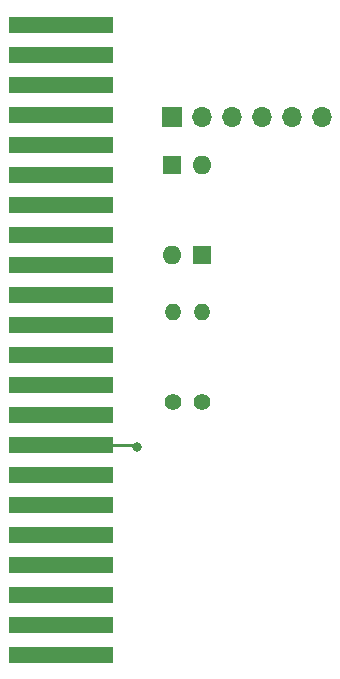
<source format=gtl>
G04 #@! TF.GenerationSoftware,KiCad,Pcbnew,7.0.8*
G04 #@! TF.CreationDate,2023-12-01T23:48:08-08:00*
G04 #@! TF.ProjectId,COMiX-Edge-Adapter-Slim,434f4d69-582d-4456-9467-652d41646170,rev?*
G04 #@! TF.SameCoordinates,Original*
G04 #@! TF.FileFunction,Copper,L1,Top*
G04 #@! TF.FilePolarity,Positive*
%FSLAX46Y46*%
G04 Gerber Fmt 4.6, Leading zero omitted, Abs format (unit mm)*
G04 Created by KiCad (PCBNEW 7.0.8) date 2023-12-01 23:48:08*
%MOMM*%
%LPD*%
G01*
G04 APERTURE LIST*
G04 #@! TA.AperFunction,ComponentPad*
%ADD10C,1.400000*%
G04 #@! TD*
G04 #@! TA.AperFunction,ComponentPad*
%ADD11O,1.400000X1.400000*%
G04 #@! TD*
G04 #@! TA.AperFunction,ComponentPad*
%ADD12R,1.600000X1.600000*%
G04 #@! TD*
G04 #@! TA.AperFunction,ComponentPad*
%ADD13O,1.600000X1.600000*%
G04 #@! TD*
G04 #@! TA.AperFunction,ComponentPad*
%ADD14R,1.700000X1.700000*%
G04 #@! TD*
G04 #@! TA.AperFunction,ComponentPad*
%ADD15O,1.700000X1.700000*%
G04 #@! TD*
G04 #@! TA.AperFunction,ConnectorPad*
%ADD16R,8.890000X1.397000*%
G04 #@! TD*
G04 #@! TA.AperFunction,ViaPad*
%ADD17C,0.800000*%
G04 #@! TD*
G04 #@! TA.AperFunction,Conductor*
%ADD18C,0.250000*%
G04 #@! TD*
G04 APERTURE END LIST*
D10*
X216357200Y-123139200D03*
D11*
X216357200Y-115519200D03*
D10*
X218846400Y-123164600D03*
D11*
X218846400Y-115544600D03*
D12*
X218871800Y-110693200D03*
D13*
X218871800Y-103073200D03*
D14*
X216300000Y-99000000D03*
D15*
X218840000Y-99000000D03*
X221380000Y-99000000D03*
X223920000Y-99000000D03*
X226460000Y-99000000D03*
X229000000Y-99000000D03*
D12*
X216331800Y-103073200D03*
D13*
X216331800Y-110693200D03*
D16*
X206883000Y-91186000D03*
X206883000Y-93726000D03*
X206883000Y-96266000D03*
X206883000Y-98806000D03*
X206883000Y-101346000D03*
X206883000Y-103886000D03*
X206883000Y-106426000D03*
X206883000Y-108966000D03*
X206883000Y-111506000D03*
X206883000Y-114046000D03*
X206883000Y-116586000D03*
X206883000Y-119126000D03*
X206883000Y-121666000D03*
X206883000Y-124206000D03*
X206883000Y-126746000D03*
X206883000Y-129286000D03*
X206883000Y-131826000D03*
X206883000Y-134366000D03*
X206883000Y-136906000D03*
X206883000Y-139446000D03*
X206883000Y-141986000D03*
X206883000Y-144526000D03*
D17*
X213334600Y-126949200D03*
D18*
X213131400Y-126746000D02*
X206883000Y-126746000D01*
X213334600Y-126949200D02*
X213131400Y-126746000D01*
M02*

</source>
